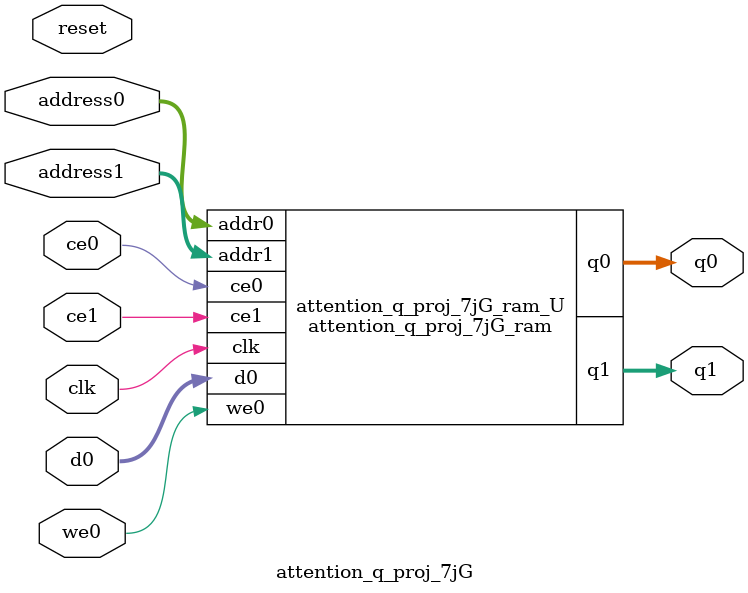
<source format=v>
`timescale 1 ns / 1 ps
module attention_q_proj_7jG_ram (addr0, ce0, d0, we0, q0, addr1, ce1, q1,  clk);

parameter DWIDTH = 38;
parameter AWIDTH = 7;
parameter MEM_SIZE = 96;

input[AWIDTH-1:0] addr0;
input ce0;
input[DWIDTH-1:0] d0;
input we0;
output reg[DWIDTH-1:0] q0;
input[AWIDTH-1:0] addr1;
input ce1;
output reg[DWIDTH-1:0] q1;
input clk;

(* ram_style = "block" *)reg [DWIDTH-1:0] ram[0:MEM_SIZE-1];




always @(posedge clk)  
begin 
    if (ce0) begin
        if (we0) 
            ram[addr0] <= d0; 
        q0 <= ram[addr0];
    end
end


always @(posedge clk)  
begin 
    if (ce1) begin
        q1 <= ram[addr1];
    end
end


endmodule

`timescale 1 ns / 1 ps
module attention_q_proj_7jG(
    reset,
    clk,
    address0,
    ce0,
    we0,
    d0,
    q0,
    address1,
    ce1,
    q1);

parameter DataWidth = 32'd38;
parameter AddressRange = 32'd96;
parameter AddressWidth = 32'd7;
input reset;
input clk;
input[AddressWidth - 1:0] address0;
input ce0;
input we0;
input[DataWidth - 1:0] d0;
output[DataWidth - 1:0] q0;
input[AddressWidth - 1:0] address1;
input ce1;
output[DataWidth - 1:0] q1;



attention_q_proj_7jG_ram attention_q_proj_7jG_ram_U(
    .clk( clk ),
    .addr0( address0 ),
    .ce0( ce0 ),
    .we0( we0 ),
    .d0( d0 ),
    .q0( q0 ),
    .addr1( address1 ),
    .ce1( ce1 ),
    .q1( q1 ));

endmodule


</source>
